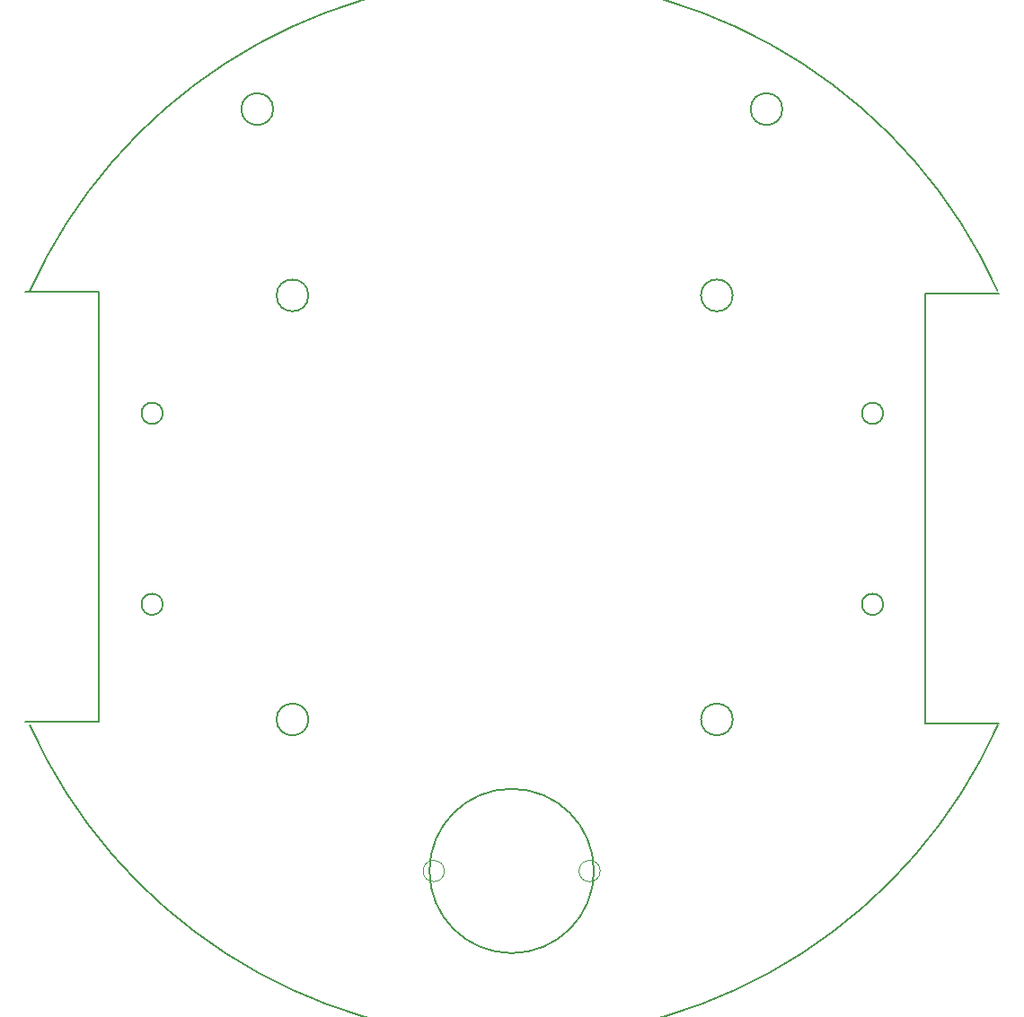
<source format=gbr>
%FSLAX34Y34*%
%MOMM*%
%LNOUTLINE*%
G71*
G01*
%ADD10C, 0.20*%
%ADD11C, 0.10*%
%LPD*%
G54D10*
X-1000838Y81881D02*
X-1070291Y81881D01*
G54D10*
X-1000838Y81881D02*
X-1000838Y-323725D01*
X-1070291Y-323725D01*
G54D10*
G75*
G01X-153977Y82855D02*
G03X-1066097Y82855I-456060J-204961D01*
G01*
G54D10*
X-222250Y80294D02*
X-152797Y80294D01*
G54D10*
X-222250Y80294D02*
X-222250Y-325312D01*
X-152797Y-325312D01*
G54D10*
G75*
G01X-1066019Y-327068D02*
G03X-153899Y-327068I456060J204962D01*
G01*
G54D10*
X-222250Y80294D02*
X-152797Y80294D01*
G54D10*
X-222250Y80294D02*
X-222250Y-325312D01*
X-152797Y-325312D01*
G54D10*
G75*
G01X-940917Y-32569D02*
G03X-940917Y-32569I-10000J0D01*
G01*
G54D10*
G75*
G01X-940917Y-212750D02*
G03X-940917Y-212750I-10000J0D01*
G01*
G54D10*
G75*
G01X-261864Y-32568D02*
G03X-261864Y-32568I-10000J0D01*
G01*
G54D10*
G75*
G01X-261864Y-212750D02*
G03X-261864Y-212750I-10000J0D01*
G01*
G54D10*
G75*
G01X-612000Y-541759D02*
G03X-612000Y-541759I0J77500D01*
G01*
G54D10*
G75*
G01X-386800Y254348D02*
G03X-386800Y254348I15000J0D01*
G01*
G54D10*
G75*
G01X-866800Y254348D02*
G03X-866800Y254348I15000J0D01*
G01*
G54D10*
G75*
G01X-803603Y78622D02*
G03X-803603Y78622I-15000J0D01*
G01*
G54D10*
G75*
G01X-403603Y78622D02*
G03X-403603Y78622I-15000J0D01*
G01*
G54D10*
G75*
G01X-803603Y-321378D02*
G03X-803603Y-321378I-15000J0D01*
G01*
G54D10*
G75*
G01X-403603Y-321378D02*
G03X-403603Y-321378I-15000J0D01*
G01*
G54D11*
G75*
G01X-675447Y-464350D02*
G03X-675447Y-464350I-10000J0D01*
G01*
G54D11*
G75*
G01X-528547Y-464350D02*
G03X-528547Y-464350I-10000J0D01*
G01*
M02*

</source>
